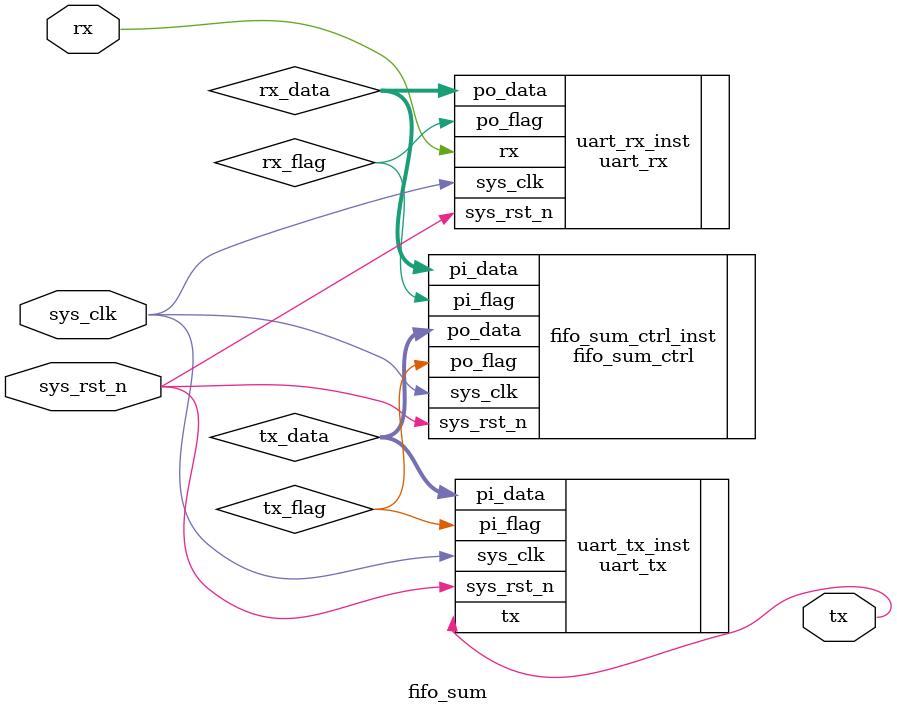
<source format=v>
module  fifo_sum
(
    input   wire            sys_clk     ,
    input   wire            sys_rst_n   ,
    input   wire            rx          ,

    output  wire            tx
);

parameter   CLK_FREQ = 50_000_000;

wire    [7:0]   rx_data ;
wire            rx_flag ;
wire    [7:0]   tx_data ;
wire            tx_flag ;

uart_rx 
#(
    .UART_BPS    (9600          ),
    .CLK_FREQ    (50_000_000    )
)
uart_rx_inst
(
    .sys_clk     (sys_clk),
    .sys_rst_n   (sys_rst_n),
    .rx          (rx),

    .po_data     (rx_data),
    .po_flag     (rx_flag)
);

uart_tx
#(
    .UART_BPS    (9600      ),
    .CLK_FREQ    (50_000_000)
)
uart_tx_inst
(
    .sys_clk     (sys_clk),
    .sys_rst_n   (sys_rst_n),
    .pi_data     (tx_data),
    .pi_flag     (tx_flag),

    .tx          (tx)
);

fifo_sum_ctrl   fifo_sum_ctrl_inst
(
    .sys_clk     (sys_clk),
    .sys_rst_n   (sys_rst_n),
    .pi_flag     (rx_flag),
    .pi_data     (rx_data),

    .po_flag     (tx_flag),
    .po_data     (tx_data)
);


endmodule
</source>
